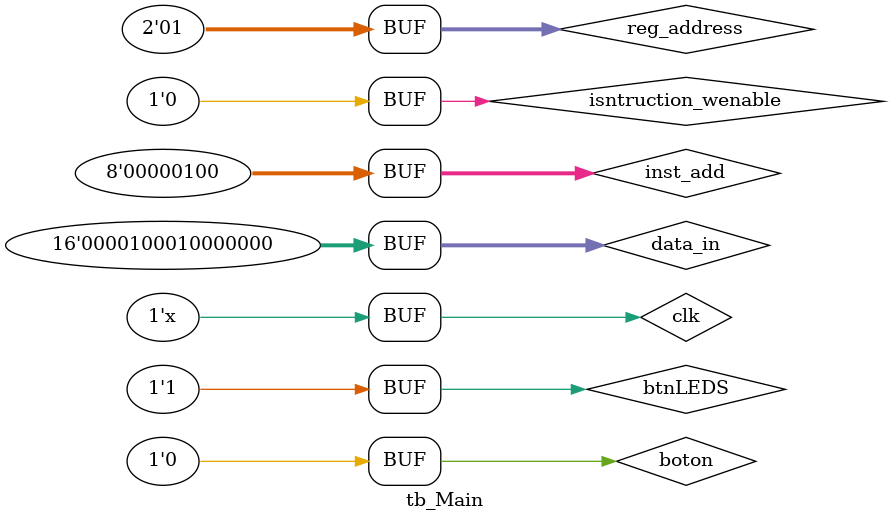
<source format=v>
`timescale 1ns / 1ps
module tb_Main(
	
    );
	reg [15:0]data_in;
	reg clk;
	reg [7:0]inst_add;
	reg [1:0] reg_address;
	reg isntruction_wenable;
	wire [2:0]Flags;
	wire [7:0]registro;
	wire[7:0]LEDS;
	reg btnLEDS;
	reg boton;
	wire ledsito;

	Main main(data_in, clk, inst_add, reg_address, isntruction_wenable, Flags, registro, LEDS, btnLEDS,boton, ledsito);
	
	initial
	begin
		clk = 0;
		boton =0;
		data_in = 0;
		inst_add= 1;
		reg_address = 0;
		btnLEDS=0;
		isntruction_wenable =0;
		#10;
		isntruction_wenable =1;
		#20;
		isntruction_wenable=1;
		inst_add=0;
		data_in=16'h4810;
		#20;
		inst_add=1;
		data_in=16'h4A12;
		#20;
		inst_add=2;
		data_in=16'h4C14;
		#20;
		inst_add=3;
		data_in=16'h4e16;
		#20;
		inst_add=4;
		data_in=16'h0880;
		#20;
		isntruction_wenable=0;
		reg_address=0;
		#20;
		reg_address=1;
		btnLEDS=1;
		#20;
		reg_address=2;
		#20;
		reg_address=1;
		#20;
		reg_address=0;
		#20;
		reg_address=1;
		
	end
	
	always 
	begin
		clk = !clk;
		#10;
	end
endmodule

</source>
